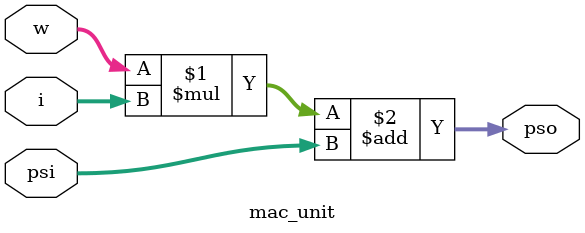
<source format=v>
module mac_unit (w, i, psi, pso);
parameter width = 8;
parameter accwidth = 32;

input   [width-1:0] w;
input   [width-1:0] i;
input   [accwidth-1:0] psi;

output  [accwidth-1:0] pso;


assign pso = w*i + psi;

endmodule


</source>
